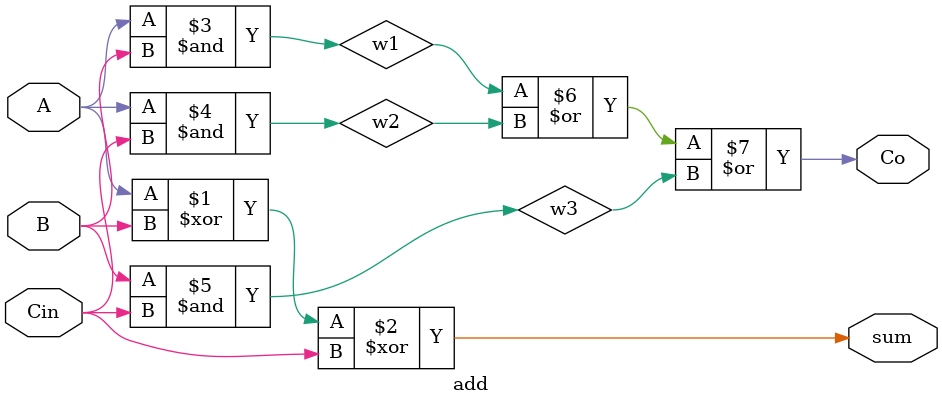
<source format=v>
`timescale 1ns / 1ps


module add(Co,sum,A,B,Cin);
    input A,B,Cin;
    output Co,sum;
    wire w1,w2,w3;
    xor(sum,A,B,Cin);
    and(w1,A,B);
    and(w2,A,Cin);
    and(w3,B,Cin);
    or(Co,w1,w2,w3);
endmodule

</source>
